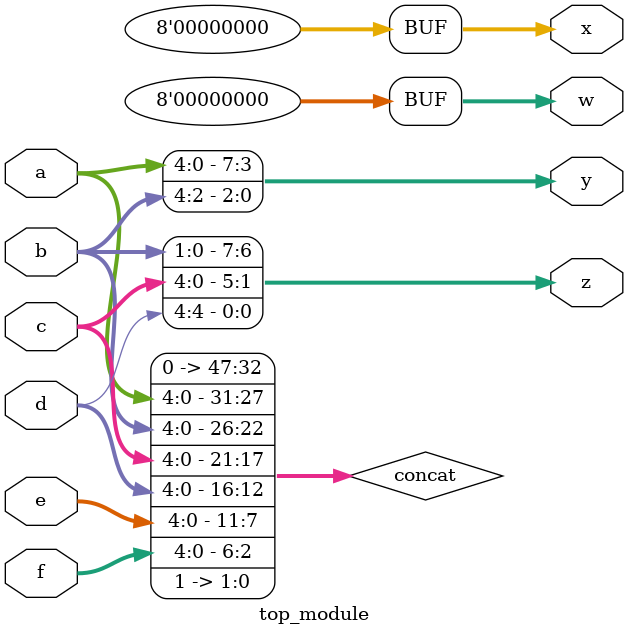
<source format=sv>
module top_module (
    input [4:0] a,
    input [4:0] b,
    input [4:0] c,
    input [4:0] d,
    input [4:0] e,
    input [4:0] f,
    output [7:0] w,
    output [7:0] x,
    output [7:0] y,
    output [7:0] z
);

wire [47:0] concat;

assign concat = {a, b, c, d, e, f, 2'b11};

assign w = concat[47:40];
assign x = concat[39:32];
assign y = concat[31:24];
assign z = concat[23:16];

endmodule

</source>
